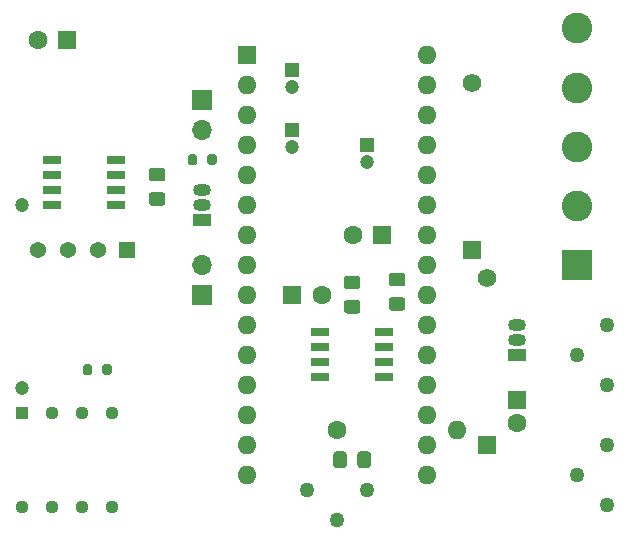
<source format=gbr>
%TF.GenerationSoftware,KiCad,Pcbnew,(5.1.9)-1*%
%TF.CreationDate,2021-05-25T19:19:14-07:00*%
%TF.ProjectId,VacuumSensor,56616375-756d-4536-956e-736f722e6b69,rev?*%
%TF.SameCoordinates,Original*%
%TF.FileFunction,Soldermask,Bot*%
%TF.FilePolarity,Negative*%
%FSLAX46Y46*%
G04 Gerber Fmt 4.6, Leading zero omitted, Abs format (unit mm)*
G04 Created by KiCad (PCBNEW (5.1.9)-1) date 2021-05-25 19:19:14*
%MOMM*%
%LPD*%
G01*
G04 APERTURE LIST*
%ADD10C,1.200000*%
%ADD11R,1.200000X1.200000*%
%ADD12C,2.600000*%
%ADD13R,2.600000X2.600000*%
%ADD14R,1.700000X1.700000*%
%ADD15O,1.700000X1.700000*%
%ADD16R,1.600000X1.600000*%
%ADD17C,1.600000*%
%ADD18O,1.600000X1.600000*%
%ADD19C,1.260000*%
%ADD20C,1.575000*%
%ADD21R,1.575000X1.575000*%
%ADD22R,1.528000X0.650000*%
%ADD23R,1.130000X1.130000*%
%ADD24C,1.130000*%
%ADD25C,1.365000*%
%ADD26R,1.365000X1.365000*%
%ADD27R,1.500000X1.050000*%
%ADD28O,1.500000X1.050000*%
G04 APERTURE END LIST*
D10*
%TO.C,RG1*%
X78740000Y-113290000D03*
X78740000Y-97790000D03*
%TD*%
D11*
%TO.C,C10*%
X101600000Y-91440000D03*
D10*
X101600000Y-92940000D03*
%TD*%
D11*
%TO.C,C9*%
X101600000Y-86360000D03*
D10*
X101600000Y-87860000D03*
%TD*%
D11*
%TO.C,C8*%
X107950000Y-92710000D03*
D10*
X107950000Y-94210000D03*
%TD*%
D12*
%TO.C,J3*%
X125730000Y-82870000D03*
X125730000Y-87870000D03*
X125730000Y-92870000D03*
X125730000Y-97870000D03*
D13*
X125730000Y-102870000D03*
%TD*%
D14*
%TO.C,J1*%
X93980000Y-105410000D03*
D15*
X93980000Y-102870000D03*
%TD*%
D16*
%TO.C,C11*%
X82550000Y-83820000D03*
D17*
X80050000Y-83820000D03*
%TD*%
%TO.C,C5*%
G36*
G01*
X110940001Y-104715000D02*
X110039999Y-104715000D01*
G75*
G02*
X109790000Y-104465001I0J249999D01*
G01*
X109790000Y-103814999D01*
G75*
G02*
X110039999Y-103565000I249999J0D01*
G01*
X110940001Y-103565000D01*
G75*
G02*
X111190000Y-103814999I0J-249999D01*
G01*
X111190000Y-104465001D01*
G75*
G02*
X110940001Y-104715000I-249999J0D01*
G01*
G37*
G36*
G01*
X110940001Y-106765000D02*
X110039999Y-106765000D01*
G75*
G02*
X109790000Y-106515001I0J249999D01*
G01*
X109790000Y-105864999D01*
G75*
G02*
X110039999Y-105615000I249999J0D01*
G01*
X110940001Y-105615000D01*
G75*
G02*
X111190000Y-105864999I0J-249999D01*
G01*
X111190000Y-106515001D01*
G75*
G02*
X110940001Y-106765000I-249999J0D01*
G01*
G37*
%TD*%
%TO.C,C2*%
G36*
G01*
X108280000Y-118929999D02*
X108280000Y-119830001D01*
G75*
G02*
X108030001Y-120080000I-249999J0D01*
G01*
X107379999Y-120080000D01*
G75*
G02*
X107130000Y-119830001I0J249999D01*
G01*
X107130000Y-118929999D01*
G75*
G02*
X107379999Y-118680000I249999J0D01*
G01*
X108030001Y-118680000D01*
G75*
G02*
X108280000Y-118929999I0J-249999D01*
G01*
G37*
G36*
G01*
X106230000Y-118929999D02*
X106230000Y-119830001D01*
G75*
G02*
X105980001Y-120080000I-249999J0D01*
G01*
X105329999Y-120080000D01*
G75*
G02*
X105080000Y-119830001I0J249999D01*
G01*
X105080000Y-118929999D01*
G75*
G02*
X105329999Y-118680000I249999J0D01*
G01*
X105980001Y-118680000D01*
G75*
G02*
X106230000Y-118929999I0J-249999D01*
G01*
G37*
%TD*%
%TO.C,C1*%
G36*
G01*
X107130001Y-104960000D02*
X106229999Y-104960000D01*
G75*
G02*
X105980000Y-104710001I0J249999D01*
G01*
X105980000Y-104059999D01*
G75*
G02*
X106229999Y-103810000I249999J0D01*
G01*
X107130001Y-103810000D01*
G75*
G02*
X107380000Y-104059999I0J-249999D01*
G01*
X107380000Y-104710001D01*
G75*
G02*
X107130001Y-104960000I-249999J0D01*
G01*
G37*
G36*
G01*
X107130001Y-107010000D02*
X106229999Y-107010000D01*
G75*
G02*
X105980000Y-106760001I0J249999D01*
G01*
X105980000Y-106109999D01*
G75*
G02*
X106229999Y-105860000I249999J0D01*
G01*
X107130001Y-105860000D01*
G75*
G02*
X107380000Y-106109999I0J-249999D01*
G01*
X107380000Y-106760001D01*
G75*
G02*
X107130001Y-107010000I-249999J0D01*
G01*
G37*
%TD*%
D16*
%TO.C,A1*%
X97790000Y-85090000D03*
D18*
X113030000Y-118110000D03*
X97790000Y-87630000D03*
X113030000Y-115570000D03*
X97790000Y-90170000D03*
X113030000Y-113030000D03*
X97790000Y-92710000D03*
X113030000Y-110490000D03*
X97790000Y-95250000D03*
X113030000Y-107950000D03*
X97790000Y-97790000D03*
X113030000Y-105410000D03*
X97790000Y-100330000D03*
X113030000Y-102870000D03*
X97790000Y-102870000D03*
X113030000Y-100330000D03*
X97790000Y-105410000D03*
X113030000Y-97790000D03*
X97790000Y-107950000D03*
X113030000Y-95250000D03*
X97790000Y-110490000D03*
X113030000Y-92710000D03*
X97790000Y-113030000D03*
X113030000Y-90170000D03*
X97790000Y-115570000D03*
X113030000Y-87630000D03*
X97790000Y-118110000D03*
X113030000Y-85090000D03*
X97790000Y-120650000D03*
X113030000Y-120650000D03*
%TD*%
D19*
%TO.C,10VSourceAdj1*%
X107950000Y-121920000D03*
X105410000Y-124460000D03*
X102870000Y-121920000D03*
%TD*%
D16*
%TO.C,C6*%
X101600000Y-105410000D03*
D17*
X104100000Y-105410000D03*
%TD*%
D16*
%TO.C,C4*%
X109220000Y-100330000D03*
D17*
X106720000Y-100330000D03*
%TD*%
D15*
%TO.C,J2*%
X93980000Y-91440000D03*
D14*
X93980000Y-88900000D03*
%TD*%
D20*
%TO.C,D1*%
X116840000Y-87500000D03*
D21*
X116840000Y-101600000D03*
%TD*%
D16*
%TO.C,C3*%
X120650000Y-114300000D03*
D17*
X120650000Y-116300000D03*
%TD*%
%TO.C,L1*%
X105410000Y-116840000D03*
D18*
X115570000Y-116840000D03*
%TD*%
D22*
%TO.C,IC1*%
X103969000Y-112395000D03*
X103969000Y-111125000D03*
X103969000Y-109855000D03*
X103969000Y-108585000D03*
X109391000Y-108585000D03*
X109391000Y-109855000D03*
X109391000Y-111125000D03*
X109391000Y-112395000D03*
%TD*%
D21*
%TO.C,D2*%
X118110000Y-118110000D03*
D20*
X118110000Y-104010000D03*
%TD*%
D23*
%TO.C,IC4*%
X78740000Y-115410000D03*
D24*
X81280000Y-115410000D03*
X83820000Y-115410000D03*
X86360000Y-115410000D03*
X86360000Y-123350000D03*
X83820000Y-123350000D03*
X81280000Y-123350000D03*
X78740000Y-123350000D03*
%TD*%
D22*
%TO.C,IC3*%
X86702000Y-97790000D03*
X86702000Y-96520000D03*
X86702000Y-95250000D03*
X86702000Y-93980000D03*
X81280000Y-93980000D03*
X81280000Y-95250000D03*
X81280000Y-96520000D03*
X81280000Y-97790000D03*
%TD*%
D25*
%TO.C,IC2*%
X80130000Y-101600000D03*
X82630000Y-101600000D03*
X85130000Y-101600000D03*
D26*
X87630000Y-101600000D03*
%TD*%
D19*
%TO.C,OutAdj1*%
X128270000Y-113030000D03*
X125730000Y-110490000D03*
X128270000Y-107950000D03*
%TD*%
%TO.C,C7*%
G36*
G01*
X90620001Y-95825000D02*
X89719999Y-95825000D01*
G75*
G02*
X89470000Y-95575001I0J249999D01*
G01*
X89470000Y-94924999D01*
G75*
G02*
X89719999Y-94675000I249999J0D01*
G01*
X90620001Y-94675000D01*
G75*
G02*
X90870000Y-94924999I0J-249999D01*
G01*
X90870000Y-95575001D01*
G75*
G02*
X90620001Y-95825000I-249999J0D01*
G01*
G37*
G36*
G01*
X90620001Y-97875000D02*
X89719999Y-97875000D01*
G75*
G02*
X89470000Y-97625001I0J249999D01*
G01*
X89470000Y-96974999D01*
G75*
G02*
X89719999Y-96725000I249999J0D01*
G01*
X90620001Y-96725000D01*
G75*
G02*
X90870000Y-96974999I0J-249999D01*
G01*
X90870000Y-97625001D01*
G75*
G02*
X90620001Y-97875000I-249999J0D01*
G01*
G37*
%TD*%
D27*
%TO.C,U2*%
X93980000Y-99060000D03*
D28*
X93980000Y-96520000D03*
X93980000Y-97790000D03*
%TD*%
%TO.C,U1*%
X120650000Y-109220000D03*
X120650000Y-107950000D03*
D27*
X120650000Y-110490000D03*
%TD*%
D19*
%TO.C,5VADJ1*%
X128270000Y-118110000D03*
X125730000Y-120650000D03*
X128270000Y-123190000D03*
%TD*%
%TO.C,R5*%
G36*
G01*
X85515000Y-112035000D02*
X85515000Y-111485000D01*
G75*
G02*
X85715000Y-111285000I200000J0D01*
G01*
X86115000Y-111285000D01*
G75*
G02*
X86315000Y-111485000I0J-200000D01*
G01*
X86315000Y-112035000D01*
G75*
G02*
X86115000Y-112235000I-200000J0D01*
G01*
X85715000Y-112235000D01*
G75*
G02*
X85515000Y-112035000I0J200000D01*
G01*
G37*
G36*
G01*
X83865000Y-112035000D02*
X83865000Y-111485000D01*
G75*
G02*
X84065000Y-111285000I200000J0D01*
G01*
X84465000Y-111285000D01*
G75*
G02*
X84665000Y-111485000I0J-200000D01*
G01*
X84665000Y-112035000D01*
G75*
G02*
X84465000Y-112235000I-200000J0D01*
G01*
X84065000Y-112235000D01*
G75*
G02*
X83865000Y-112035000I0J200000D01*
G01*
G37*
%TD*%
%TO.C,R3*%
G36*
G01*
X93555000Y-93705000D02*
X93555000Y-94255000D01*
G75*
G02*
X93355000Y-94455000I-200000J0D01*
G01*
X92955000Y-94455000D01*
G75*
G02*
X92755000Y-94255000I0J200000D01*
G01*
X92755000Y-93705000D01*
G75*
G02*
X92955000Y-93505000I200000J0D01*
G01*
X93355000Y-93505000D01*
G75*
G02*
X93555000Y-93705000I0J-200000D01*
G01*
G37*
G36*
G01*
X95205000Y-93705000D02*
X95205000Y-94255000D01*
G75*
G02*
X95005000Y-94455000I-200000J0D01*
G01*
X94605000Y-94455000D01*
G75*
G02*
X94405000Y-94255000I0J200000D01*
G01*
X94405000Y-93705000D01*
G75*
G02*
X94605000Y-93505000I200000J0D01*
G01*
X95005000Y-93505000D01*
G75*
G02*
X95205000Y-93705000I0J-200000D01*
G01*
G37*
%TD*%
M02*

</source>
